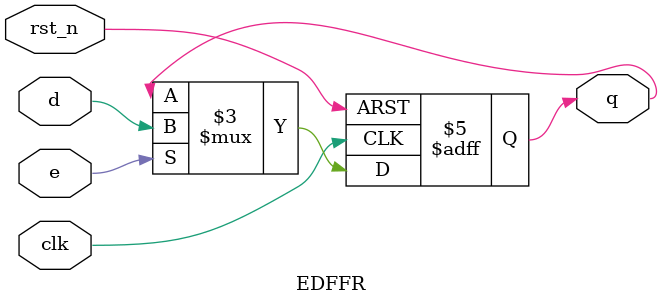
<source format=sv>

module EDFFR ( q, clk, rst_n, e, d ) ; // FF with sync enable and async rst_n;  
  parameter WIDTH = 1 ;
  parameter INIT  = {WIDTH{1'b0}} ;
  input 	clk ;
  input 	rst_n ;
  input 	e ;
  input  [WIDTH-1:0] d ;
  output [WIDTH-1:0] q ;
  reg [WIDTH-1:0] 	 q ;
  always @(posedge clk or negedge rst_n) 
    if (!rst_n)    q <= INIT ;
    else if (e) q <= d ;
endmodule

</source>
